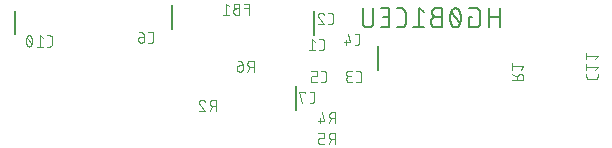
<source format=gbr>
G04 EAGLE Gerber RS-274X export*
G75*
%MOMM*%
%FSLAX34Y34*%
%LPD*%
%INSilkscreen Bottom*%
%IPPOS*%
%AMOC8*
5,1,8,0,0,1.08239X$1,22.5*%
G01*
%ADD10C,0.152400*%
%ADD11C,0.076200*%


D10*
X677101Y186500D02*
X677101Y202756D01*
X677101Y195531D02*
X668069Y195531D01*
X668069Y202756D02*
X668069Y186500D01*
X654105Y195531D02*
X651396Y195531D01*
X651396Y186500D01*
X656815Y186500D01*
X656933Y186502D01*
X657051Y186508D01*
X657169Y186517D01*
X657286Y186531D01*
X657403Y186548D01*
X657520Y186569D01*
X657635Y186594D01*
X657750Y186623D01*
X657864Y186656D01*
X657976Y186692D01*
X658087Y186732D01*
X658197Y186775D01*
X658306Y186822D01*
X658413Y186872D01*
X658518Y186927D01*
X658621Y186984D01*
X658722Y187045D01*
X658822Y187109D01*
X658919Y187176D01*
X659014Y187246D01*
X659106Y187320D01*
X659197Y187396D01*
X659284Y187476D01*
X659369Y187558D01*
X659451Y187643D01*
X659531Y187730D01*
X659607Y187821D01*
X659681Y187913D01*
X659751Y188008D01*
X659818Y188105D01*
X659882Y188205D01*
X659943Y188306D01*
X660000Y188409D01*
X660055Y188514D01*
X660105Y188621D01*
X660152Y188730D01*
X660195Y188840D01*
X660235Y188951D01*
X660271Y189063D01*
X660304Y189177D01*
X660333Y189292D01*
X660358Y189407D01*
X660379Y189524D01*
X660396Y189641D01*
X660410Y189758D01*
X660419Y189876D01*
X660425Y189994D01*
X660427Y190112D01*
X660427Y199143D01*
X660425Y199261D01*
X660419Y199379D01*
X660410Y199497D01*
X660396Y199614D01*
X660379Y199731D01*
X660358Y199848D01*
X660333Y199963D01*
X660304Y200078D01*
X660271Y200192D01*
X660235Y200304D01*
X660195Y200415D01*
X660152Y200525D01*
X660105Y200634D01*
X660055Y200741D01*
X660000Y200846D01*
X659943Y200949D01*
X659882Y201050D01*
X659818Y201150D01*
X659751Y201247D01*
X659681Y201342D01*
X659607Y201434D01*
X659531Y201525D01*
X659451Y201612D01*
X659369Y201697D01*
X659284Y201779D01*
X659197Y201859D01*
X659106Y201935D01*
X659014Y202009D01*
X658919Y202079D01*
X658822Y202146D01*
X658722Y202210D01*
X658621Y202271D01*
X658518Y202328D01*
X658413Y202383D01*
X658306Y202433D01*
X658197Y202480D01*
X658087Y202523D01*
X657976Y202563D01*
X657864Y202599D01*
X657750Y202632D01*
X657635Y202661D01*
X657520Y202686D01*
X657403Y202707D01*
X657286Y202724D01*
X657169Y202738D01*
X657051Y202747D01*
X656933Y202753D01*
X656815Y202755D01*
X656815Y202756D02*
X651396Y202756D01*
X642920Y200498D02*
X643057Y200209D01*
X643187Y199917D01*
X643310Y199621D01*
X643425Y199323D01*
X643534Y199022D01*
X643635Y198719D01*
X643729Y198413D01*
X643816Y198106D01*
X643895Y197796D01*
X643967Y197484D01*
X644031Y197171D01*
X644088Y196856D01*
X644138Y196540D01*
X644180Y196223D01*
X644214Y195905D01*
X644241Y195587D01*
X644260Y195267D01*
X644271Y194948D01*
X644275Y194628D01*
X642920Y200498D02*
X642881Y200606D01*
X642838Y200713D01*
X642792Y200818D01*
X642741Y200922D01*
X642688Y201024D01*
X642631Y201124D01*
X642570Y201222D01*
X642506Y201317D01*
X642439Y201411D01*
X642368Y201502D01*
X642295Y201591D01*
X642218Y201677D01*
X642139Y201760D01*
X642057Y201841D01*
X641972Y201919D01*
X641884Y201993D01*
X641794Y202065D01*
X641702Y202133D01*
X641607Y202199D01*
X641510Y202261D01*
X641411Y202319D01*
X641309Y202375D01*
X641207Y202426D01*
X641102Y202474D01*
X640996Y202519D01*
X640888Y202560D01*
X640779Y202597D01*
X640669Y202630D01*
X640557Y202659D01*
X640445Y202685D01*
X640332Y202707D01*
X640218Y202724D01*
X640104Y202738D01*
X639989Y202748D01*
X639874Y202754D01*
X639759Y202756D01*
X639644Y202754D01*
X639529Y202748D01*
X639414Y202738D01*
X639300Y202724D01*
X639186Y202707D01*
X639073Y202685D01*
X638961Y202659D01*
X638849Y202630D01*
X638739Y202597D01*
X638630Y202560D01*
X638522Y202519D01*
X638416Y202474D01*
X638312Y202426D01*
X638209Y202375D01*
X638108Y202319D01*
X638008Y202261D01*
X637911Y202199D01*
X637817Y202134D01*
X637724Y202065D01*
X637634Y201993D01*
X637546Y201919D01*
X637461Y201841D01*
X637379Y201760D01*
X637300Y201677D01*
X637223Y201591D01*
X637150Y201502D01*
X637079Y201411D01*
X637012Y201317D01*
X636948Y201222D01*
X636887Y201124D01*
X636830Y201024D01*
X636777Y200922D01*
X636726Y200818D01*
X636680Y200713D01*
X636637Y200606D01*
X636598Y200498D01*
X636599Y200498D02*
X636462Y200209D01*
X636332Y199917D01*
X636209Y199621D01*
X636094Y199323D01*
X635985Y199022D01*
X635884Y198719D01*
X635790Y198413D01*
X635703Y198106D01*
X635624Y197796D01*
X635552Y197484D01*
X635488Y197171D01*
X635431Y196856D01*
X635381Y196540D01*
X635339Y196223D01*
X635305Y195905D01*
X635278Y195587D01*
X635259Y195267D01*
X635248Y194948D01*
X635244Y194628D01*
X644275Y194628D02*
X644271Y194308D01*
X644260Y193989D01*
X644241Y193669D01*
X644214Y193351D01*
X644180Y193033D01*
X644138Y192716D01*
X644088Y192400D01*
X644031Y192085D01*
X643967Y191772D01*
X643895Y191460D01*
X643816Y191150D01*
X643729Y190843D01*
X643635Y190537D01*
X643534Y190234D01*
X643425Y189933D01*
X643310Y189635D01*
X643187Y189339D01*
X643057Y189047D01*
X642920Y188758D01*
X642920Y188757D02*
X642881Y188649D01*
X642838Y188542D01*
X642792Y188437D01*
X642741Y188333D01*
X642688Y188231D01*
X642631Y188131D01*
X642570Y188033D01*
X642506Y187938D01*
X642439Y187844D01*
X642368Y187753D01*
X642295Y187664D01*
X642218Y187578D01*
X642139Y187495D01*
X642057Y187414D01*
X641972Y187336D01*
X641884Y187262D01*
X641794Y187190D01*
X641701Y187121D01*
X641607Y187056D01*
X641510Y186994D01*
X641410Y186936D01*
X641309Y186880D01*
X641207Y186829D01*
X641102Y186781D01*
X640996Y186736D01*
X640888Y186695D01*
X640779Y186658D01*
X640669Y186625D01*
X640557Y186596D01*
X640445Y186570D01*
X640332Y186548D01*
X640218Y186531D01*
X640104Y186517D01*
X639989Y186507D01*
X639874Y186501D01*
X639759Y186499D01*
X636599Y188758D02*
X636462Y189047D01*
X636332Y189339D01*
X636209Y189635D01*
X636094Y189933D01*
X635985Y190234D01*
X635884Y190537D01*
X635790Y190843D01*
X635703Y191150D01*
X635624Y191460D01*
X635552Y191772D01*
X635488Y192085D01*
X635431Y192400D01*
X635381Y192716D01*
X635339Y193033D01*
X635305Y193351D01*
X635278Y193669D01*
X635259Y193989D01*
X635248Y194308D01*
X635244Y194628D01*
X636598Y188757D02*
X636637Y188649D01*
X636680Y188542D01*
X636726Y188437D01*
X636777Y188333D01*
X636830Y188231D01*
X636888Y188131D01*
X636948Y188033D01*
X637012Y187938D01*
X637079Y187844D01*
X637150Y187753D01*
X637223Y187664D01*
X637300Y187578D01*
X637379Y187495D01*
X637461Y187414D01*
X637546Y187336D01*
X637634Y187262D01*
X637724Y187190D01*
X637817Y187121D01*
X637911Y187056D01*
X638008Y186994D01*
X638108Y186936D01*
X638209Y186880D01*
X638312Y186829D01*
X638416Y186781D01*
X638522Y186736D01*
X638630Y186695D01*
X638739Y186658D01*
X638849Y186625D01*
X638961Y186596D01*
X639073Y186570D01*
X639186Y186548D01*
X639300Y186531D01*
X639414Y186517D01*
X639529Y186507D01*
X639644Y186501D01*
X639759Y186499D01*
X643372Y190112D02*
X636147Y199143D01*
X627912Y195531D02*
X623396Y195531D01*
X623263Y195529D01*
X623131Y195523D01*
X622999Y195513D01*
X622867Y195500D01*
X622735Y195482D01*
X622605Y195461D01*
X622474Y195436D01*
X622345Y195407D01*
X622217Y195374D01*
X622089Y195338D01*
X621963Y195298D01*
X621838Y195254D01*
X621714Y195206D01*
X621592Y195155D01*
X621471Y195100D01*
X621352Y195042D01*
X621234Y194980D01*
X621119Y194915D01*
X621005Y194846D01*
X620894Y194775D01*
X620785Y194699D01*
X620678Y194621D01*
X620573Y194540D01*
X620471Y194455D01*
X620371Y194368D01*
X620274Y194278D01*
X620179Y194185D01*
X620088Y194089D01*
X619999Y193991D01*
X619913Y193890D01*
X619830Y193786D01*
X619750Y193680D01*
X619674Y193572D01*
X619600Y193462D01*
X619530Y193349D01*
X619463Y193235D01*
X619400Y193118D01*
X619340Y193000D01*
X619283Y192880D01*
X619230Y192758D01*
X619181Y192635D01*
X619135Y192511D01*
X619093Y192385D01*
X619055Y192258D01*
X619020Y192130D01*
X618989Y192001D01*
X618962Y191872D01*
X618939Y191741D01*
X618919Y191610D01*
X618904Y191478D01*
X618892Y191346D01*
X618884Y191214D01*
X618880Y191081D01*
X618880Y190949D01*
X618884Y190816D01*
X618892Y190684D01*
X618904Y190552D01*
X618919Y190420D01*
X618939Y190289D01*
X618962Y190158D01*
X618989Y190029D01*
X619020Y189900D01*
X619055Y189772D01*
X619093Y189645D01*
X619135Y189519D01*
X619181Y189395D01*
X619230Y189272D01*
X619283Y189150D01*
X619340Y189030D01*
X619400Y188912D01*
X619463Y188795D01*
X619530Y188681D01*
X619600Y188568D01*
X619674Y188458D01*
X619750Y188350D01*
X619830Y188244D01*
X619913Y188140D01*
X619999Y188039D01*
X620088Y187941D01*
X620179Y187845D01*
X620274Y187752D01*
X620371Y187662D01*
X620471Y187575D01*
X620573Y187490D01*
X620678Y187409D01*
X620785Y187331D01*
X620894Y187255D01*
X621005Y187184D01*
X621119Y187115D01*
X621234Y187050D01*
X621352Y186988D01*
X621471Y186930D01*
X621592Y186875D01*
X621714Y186824D01*
X621838Y186776D01*
X621963Y186732D01*
X622089Y186692D01*
X622217Y186656D01*
X622345Y186623D01*
X622474Y186594D01*
X622605Y186569D01*
X622735Y186548D01*
X622867Y186530D01*
X622999Y186517D01*
X623131Y186507D01*
X623263Y186501D01*
X623396Y186499D01*
X623396Y186500D02*
X627912Y186500D01*
X627912Y202756D01*
X623396Y202756D01*
X623396Y202755D02*
X623277Y202753D01*
X623157Y202747D01*
X623038Y202737D01*
X622920Y202723D01*
X622801Y202706D01*
X622684Y202684D01*
X622567Y202659D01*
X622452Y202629D01*
X622337Y202596D01*
X622223Y202559D01*
X622111Y202519D01*
X622000Y202474D01*
X621891Y202426D01*
X621783Y202375D01*
X621677Y202320D01*
X621573Y202261D01*
X621471Y202199D01*
X621371Y202134D01*
X621273Y202065D01*
X621177Y201993D01*
X621084Y201918D01*
X620994Y201841D01*
X620906Y201760D01*
X620821Y201676D01*
X620739Y201589D01*
X620659Y201500D01*
X620583Y201408D01*
X620509Y201314D01*
X620439Y201217D01*
X620372Y201119D01*
X620308Y201018D01*
X620248Y200914D01*
X620191Y200809D01*
X620138Y200702D01*
X620088Y200594D01*
X620042Y200484D01*
X620000Y200372D01*
X619961Y200259D01*
X619926Y200145D01*
X619895Y200030D01*
X619867Y199913D01*
X619844Y199796D01*
X619824Y199679D01*
X619808Y199560D01*
X619796Y199441D01*
X619788Y199322D01*
X619784Y199203D01*
X619784Y199083D01*
X619788Y198964D01*
X619796Y198845D01*
X619808Y198726D01*
X619824Y198607D01*
X619844Y198490D01*
X619867Y198373D01*
X619895Y198256D01*
X619926Y198141D01*
X619961Y198027D01*
X620000Y197914D01*
X620042Y197802D01*
X620088Y197692D01*
X620138Y197584D01*
X620191Y197477D01*
X620248Y197372D01*
X620308Y197268D01*
X620372Y197167D01*
X620439Y197069D01*
X620509Y196972D01*
X620583Y196878D01*
X620659Y196786D01*
X620739Y196697D01*
X620821Y196610D01*
X620906Y196526D01*
X620994Y196445D01*
X621084Y196368D01*
X621177Y196293D01*
X621273Y196221D01*
X621371Y196152D01*
X621471Y196087D01*
X621573Y196025D01*
X621677Y195966D01*
X621783Y195911D01*
X621891Y195860D01*
X622000Y195812D01*
X622111Y195767D01*
X622223Y195727D01*
X622337Y195690D01*
X622452Y195657D01*
X622567Y195627D01*
X622684Y195602D01*
X622801Y195580D01*
X622920Y195563D01*
X623038Y195549D01*
X623157Y195539D01*
X623277Y195533D01*
X623396Y195531D01*
X613012Y199143D02*
X608497Y202756D01*
X608497Y186500D01*
X613012Y186500D02*
X603981Y186500D01*
X593808Y186500D02*
X590196Y186500D01*
X593808Y186500D02*
X593926Y186502D01*
X594044Y186508D01*
X594162Y186517D01*
X594279Y186531D01*
X594396Y186548D01*
X594513Y186569D01*
X594628Y186594D01*
X594743Y186623D01*
X594857Y186656D01*
X594969Y186692D01*
X595080Y186732D01*
X595190Y186775D01*
X595299Y186822D01*
X595406Y186872D01*
X595511Y186927D01*
X595614Y186984D01*
X595715Y187045D01*
X595815Y187109D01*
X595912Y187176D01*
X596007Y187246D01*
X596099Y187320D01*
X596190Y187396D01*
X596277Y187476D01*
X596362Y187558D01*
X596444Y187643D01*
X596524Y187730D01*
X596600Y187821D01*
X596674Y187913D01*
X596744Y188008D01*
X596811Y188105D01*
X596875Y188205D01*
X596936Y188306D01*
X596993Y188409D01*
X597048Y188514D01*
X597098Y188621D01*
X597145Y188730D01*
X597188Y188840D01*
X597228Y188951D01*
X597264Y189063D01*
X597297Y189177D01*
X597326Y189292D01*
X597351Y189407D01*
X597372Y189524D01*
X597389Y189641D01*
X597403Y189758D01*
X597412Y189876D01*
X597418Y189994D01*
X597420Y190112D01*
X597421Y190112D02*
X597421Y199143D01*
X597420Y199143D02*
X597418Y199261D01*
X597412Y199379D01*
X597403Y199497D01*
X597389Y199614D01*
X597372Y199731D01*
X597351Y199848D01*
X597326Y199963D01*
X597297Y200078D01*
X597264Y200192D01*
X597228Y200304D01*
X597188Y200415D01*
X597145Y200525D01*
X597098Y200634D01*
X597048Y200741D01*
X596993Y200846D01*
X596936Y200949D01*
X596875Y201050D01*
X596811Y201150D01*
X596744Y201247D01*
X596674Y201342D01*
X596600Y201434D01*
X596524Y201525D01*
X596444Y201612D01*
X596362Y201697D01*
X596277Y201779D01*
X596190Y201859D01*
X596099Y201935D01*
X596007Y202009D01*
X595912Y202079D01*
X595815Y202146D01*
X595715Y202210D01*
X595614Y202271D01*
X595511Y202328D01*
X595406Y202383D01*
X595299Y202433D01*
X595190Y202480D01*
X595080Y202523D01*
X594969Y202563D01*
X594857Y202599D01*
X594743Y202632D01*
X594628Y202661D01*
X594513Y202686D01*
X594396Y202707D01*
X594279Y202724D01*
X594162Y202738D01*
X594044Y202747D01*
X593926Y202753D01*
X593808Y202755D01*
X593808Y202756D02*
X590196Y202756D01*
X583804Y186500D02*
X576579Y186500D01*
X583804Y186500D02*
X583804Y202756D01*
X576579Y202756D01*
X578386Y195531D02*
X583804Y195531D01*
X570287Y191015D02*
X570287Y202756D01*
X570288Y191015D02*
X570286Y190882D01*
X570280Y190750D01*
X570270Y190618D01*
X570257Y190486D01*
X570239Y190354D01*
X570218Y190224D01*
X570193Y190093D01*
X570164Y189964D01*
X570131Y189836D01*
X570095Y189708D01*
X570055Y189582D01*
X570011Y189457D01*
X569963Y189333D01*
X569912Y189211D01*
X569857Y189090D01*
X569799Y188971D01*
X569737Y188853D01*
X569672Y188738D01*
X569603Y188624D01*
X569532Y188513D01*
X569456Y188404D01*
X569378Y188297D01*
X569297Y188192D01*
X569212Y188090D01*
X569125Y187990D01*
X569035Y187893D01*
X568942Y187798D01*
X568846Y187707D01*
X568748Y187618D01*
X568647Y187532D01*
X568543Y187449D01*
X568437Y187369D01*
X568329Y187293D01*
X568219Y187219D01*
X568106Y187149D01*
X567992Y187082D01*
X567875Y187019D01*
X567757Y186959D01*
X567637Y186902D01*
X567515Y186849D01*
X567392Y186800D01*
X567268Y186754D01*
X567142Y186712D01*
X567015Y186674D01*
X566887Y186639D01*
X566758Y186608D01*
X566629Y186581D01*
X566498Y186558D01*
X566367Y186538D01*
X566235Y186523D01*
X566103Y186511D01*
X565971Y186503D01*
X565838Y186499D01*
X565706Y186499D01*
X565573Y186503D01*
X565441Y186511D01*
X565309Y186523D01*
X565177Y186538D01*
X565046Y186558D01*
X564915Y186581D01*
X564786Y186608D01*
X564657Y186639D01*
X564529Y186674D01*
X564402Y186712D01*
X564276Y186754D01*
X564152Y186800D01*
X564029Y186849D01*
X563907Y186902D01*
X563787Y186959D01*
X563669Y187019D01*
X563552Y187082D01*
X563438Y187149D01*
X563325Y187219D01*
X563215Y187293D01*
X563107Y187369D01*
X563001Y187449D01*
X562897Y187532D01*
X562796Y187618D01*
X562698Y187707D01*
X562602Y187798D01*
X562509Y187893D01*
X562419Y187990D01*
X562332Y188090D01*
X562247Y188192D01*
X562166Y188297D01*
X562088Y188404D01*
X562012Y188513D01*
X561941Y188624D01*
X561872Y188738D01*
X561807Y188853D01*
X561745Y188971D01*
X561687Y189090D01*
X561632Y189211D01*
X561581Y189333D01*
X561533Y189457D01*
X561489Y189582D01*
X561449Y189708D01*
X561413Y189836D01*
X561380Y189964D01*
X561351Y190093D01*
X561326Y190224D01*
X561305Y190354D01*
X561287Y190486D01*
X561274Y190618D01*
X561264Y190750D01*
X561258Y190882D01*
X561256Y191015D01*
X561256Y202756D01*
D11*
X526168Y167069D02*
X524080Y167069D01*
X526168Y167069D02*
X526257Y167071D01*
X526345Y167077D01*
X526433Y167086D01*
X526521Y167099D01*
X526608Y167116D01*
X526694Y167136D01*
X526779Y167161D01*
X526864Y167188D01*
X526947Y167220D01*
X527028Y167254D01*
X527108Y167293D01*
X527186Y167334D01*
X527263Y167379D01*
X527337Y167427D01*
X527410Y167478D01*
X527480Y167532D01*
X527547Y167590D01*
X527613Y167650D01*
X527675Y167712D01*
X527735Y167778D01*
X527793Y167845D01*
X527847Y167915D01*
X527898Y167988D01*
X527946Y168062D01*
X527991Y168139D01*
X528032Y168217D01*
X528071Y168297D01*
X528105Y168378D01*
X528137Y168461D01*
X528164Y168546D01*
X528189Y168631D01*
X528209Y168717D01*
X528226Y168804D01*
X528239Y168892D01*
X528248Y168980D01*
X528254Y169068D01*
X528256Y169157D01*
X528257Y169157D02*
X528257Y174378D01*
X528256Y174378D02*
X528254Y174467D01*
X528248Y174555D01*
X528239Y174643D01*
X528226Y174731D01*
X528209Y174818D01*
X528189Y174904D01*
X528164Y174989D01*
X528137Y175074D01*
X528105Y175157D01*
X528071Y175238D01*
X528032Y175318D01*
X527991Y175396D01*
X527946Y175473D01*
X527898Y175547D01*
X527847Y175620D01*
X527793Y175690D01*
X527735Y175757D01*
X527675Y175823D01*
X527613Y175885D01*
X527547Y175945D01*
X527480Y176003D01*
X527410Y176057D01*
X527337Y176108D01*
X527263Y176156D01*
X527186Y176201D01*
X527108Y176242D01*
X527028Y176281D01*
X526947Y176315D01*
X526864Y176347D01*
X526779Y176374D01*
X526694Y176399D01*
X526608Y176419D01*
X526521Y176436D01*
X526433Y176449D01*
X526345Y176458D01*
X526257Y176464D01*
X526168Y176466D01*
X526168Y176467D02*
X524080Y176467D01*
X520611Y174378D02*
X518000Y176467D01*
X518000Y167069D01*
X515390Y167069D02*
X520611Y167069D01*
D10*
X520217Y180327D02*
X520217Y200457D01*
D11*
X532017Y189294D02*
X534106Y189294D01*
X534195Y189296D01*
X534283Y189302D01*
X534371Y189311D01*
X534459Y189324D01*
X534546Y189341D01*
X534632Y189361D01*
X534717Y189386D01*
X534802Y189413D01*
X534885Y189445D01*
X534966Y189479D01*
X535046Y189518D01*
X535124Y189559D01*
X535201Y189604D01*
X535275Y189652D01*
X535348Y189703D01*
X535418Y189757D01*
X535485Y189815D01*
X535551Y189875D01*
X535613Y189937D01*
X535673Y190003D01*
X535731Y190070D01*
X535785Y190140D01*
X535836Y190213D01*
X535884Y190287D01*
X535929Y190364D01*
X535970Y190442D01*
X536009Y190522D01*
X536043Y190603D01*
X536075Y190686D01*
X536102Y190771D01*
X536127Y190856D01*
X536147Y190942D01*
X536164Y191029D01*
X536177Y191117D01*
X536186Y191205D01*
X536192Y191293D01*
X536194Y191382D01*
X536194Y196603D01*
X536192Y196692D01*
X536186Y196780D01*
X536177Y196868D01*
X536164Y196956D01*
X536147Y197043D01*
X536127Y197129D01*
X536102Y197214D01*
X536075Y197299D01*
X536043Y197382D01*
X536009Y197463D01*
X535970Y197543D01*
X535929Y197621D01*
X535884Y197698D01*
X535836Y197772D01*
X535785Y197845D01*
X535731Y197915D01*
X535673Y197982D01*
X535613Y198048D01*
X535551Y198110D01*
X535485Y198170D01*
X535418Y198228D01*
X535348Y198282D01*
X535275Y198333D01*
X535201Y198381D01*
X535124Y198426D01*
X535046Y198467D01*
X534966Y198506D01*
X534885Y198540D01*
X534802Y198572D01*
X534717Y198599D01*
X534632Y198624D01*
X534546Y198644D01*
X534459Y198661D01*
X534371Y198674D01*
X534283Y198683D01*
X534195Y198689D01*
X534106Y198691D01*
X534106Y198692D02*
X532017Y198692D01*
X525677Y198692D02*
X525582Y198690D01*
X525488Y198684D01*
X525394Y198675D01*
X525300Y198662D01*
X525207Y198645D01*
X525115Y198624D01*
X525023Y198599D01*
X524933Y198571D01*
X524844Y198539D01*
X524756Y198504D01*
X524670Y198465D01*
X524585Y198423D01*
X524502Y198377D01*
X524421Y198328D01*
X524342Y198276D01*
X524265Y198221D01*
X524191Y198162D01*
X524119Y198101D01*
X524049Y198037D01*
X523982Y197970D01*
X523918Y197900D01*
X523857Y197828D01*
X523798Y197754D01*
X523743Y197677D01*
X523691Y197598D01*
X523642Y197517D01*
X523596Y197434D01*
X523554Y197349D01*
X523515Y197263D01*
X523480Y197175D01*
X523448Y197086D01*
X523420Y196996D01*
X523395Y196904D01*
X523374Y196812D01*
X523357Y196719D01*
X523344Y196625D01*
X523335Y196531D01*
X523329Y196437D01*
X523327Y196342D01*
X525677Y198691D02*
X525785Y198689D01*
X525894Y198683D01*
X526002Y198673D01*
X526109Y198660D01*
X526216Y198642D01*
X526323Y198621D01*
X526428Y198596D01*
X526533Y198567D01*
X526636Y198535D01*
X526738Y198498D01*
X526839Y198458D01*
X526938Y198415D01*
X527036Y198368D01*
X527132Y198317D01*
X527226Y198263D01*
X527318Y198206D01*
X527408Y198145D01*
X527496Y198081D01*
X527581Y198015D01*
X527664Y197945D01*
X527744Y197872D01*
X527822Y197796D01*
X527897Y197718D01*
X527969Y197637D01*
X528038Y197553D01*
X528104Y197467D01*
X528167Y197379D01*
X528226Y197288D01*
X528283Y197196D01*
X528336Y197101D01*
X528385Y197004D01*
X528431Y196906D01*
X528474Y196807D01*
X528513Y196705D01*
X528548Y196603D01*
X524110Y194514D02*
X524041Y194583D01*
X523975Y194654D01*
X523911Y194727D01*
X523850Y194803D01*
X523792Y194882D01*
X523738Y194962D01*
X523686Y195045D01*
X523638Y195129D01*
X523592Y195215D01*
X523551Y195303D01*
X523512Y195393D01*
X523477Y195484D01*
X523446Y195576D01*
X523418Y195669D01*
X523394Y195763D01*
X523374Y195858D01*
X523357Y195954D01*
X523344Y196051D01*
X523335Y196148D01*
X523329Y196245D01*
X523327Y196342D01*
X524110Y194515D02*
X528548Y189294D01*
X523327Y189294D01*
X555830Y140081D02*
X557918Y140081D01*
X558007Y140083D01*
X558095Y140089D01*
X558183Y140098D01*
X558271Y140111D01*
X558358Y140128D01*
X558444Y140148D01*
X558529Y140173D01*
X558614Y140200D01*
X558697Y140232D01*
X558778Y140266D01*
X558858Y140305D01*
X558936Y140346D01*
X559013Y140391D01*
X559087Y140439D01*
X559160Y140490D01*
X559230Y140544D01*
X559297Y140602D01*
X559363Y140662D01*
X559425Y140724D01*
X559485Y140790D01*
X559543Y140857D01*
X559597Y140927D01*
X559648Y141000D01*
X559696Y141074D01*
X559741Y141151D01*
X559782Y141229D01*
X559821Y141309D01*
X559855Y141390D01*
X559887Y141473D01*
X559914Y141558D01*
X559939Y141643D01*
X559959Y141729D01*
X559976Y141816D01*
X559989Y141904D01*
X559998Y141992D01*
X560004Y142080D01*
X560006Y142169D01*
X560007Y142169D02*
X560007Y147391D01*
X560006Y147391D02*
X560004Y147480D01*
X559998Y147568D01*
X559989Y147656D01*
X559976Y147744D01*
X559959Y147831D01*
X559939Y147917D01*
X559914Y148002D01*
X559887Y148087D01*
X559855Y148170D01*
X559821Y148251D01*
X559782Y148331D01*
X559741Y148409D01*
X559696Y148486D01*
X559648Y148560D01*
X559597Y148633D01*
X559543Y148703D01*
X559485Y148770D01*
X559425Y148836D01*
X559363Y148898D01*
X559297Y148958D01*
X559230Y149016D01*
X559160Y149070D01*
X559087Y149121D01*
X559013Y149169D01*
X558936Y149214D01*
X558858Y149255D01*
X558778Y149294D01*
X558697Y149328D01*
X558614Y149360D01*
X558529Y149387D01*
X558444Y149412D01*
X558358Y149432D01*
X558271Y149449D01*
X558183Y149462D01*
X558095Y149471D01*
X558007Y149477D01*
X557918Y149479D01*
X555830Y149479D01*
X552361Y140081D02*
X549750Y140081D01*
X549649Y140083D01*
X549548Y140089D01*
X549447Y140099D01*
X549347Y140112D01*
X549247Y140130D01*
X549148Y140151D01*
X549050Y140177D01*
X548953Y140206D01*
X548857Y140238D01*
X548763Y140275D01*
X548670Y140315D01*
X548578Y140359D01*
X548489Y140406D01*
X548401Y140457D01*
X548315Y140511D01*
X548232Y140568D01*
X548150Y140628D01*
X548072Y140692D01*
X547995Y140758D01*
X547922Y140828D01*
X547851Y140900D01*
X547783Y140975D01*
X547718Y141053D01*
X547656Y141133D01*
X547597Y141215D01*
X547541Y141300D01*
X547489Y141387D01*
X547440Y141475D01*
X547394Y141566D01*
X547353Y141658D01*
X547314Y141752D01*
X547280Y141847D01*
X547249Y141943D01*
X547222Y142041D01*
X547198Y142139D01*
X547179Y142239D01*
X547163Y142339D01*
X547151Y142439D01*
X547143Y142540D01*
X547139Y142641D01*
X547139Y142743D01*
X547143Y142844D01*
X547151Y142945D01*
X547163Y143045D01*
X547179Y143145D01*
X547198Y143245D01*
X547222Y143343D01*
X547249Y143441D01*
X547280Y143537D01*
X547314Y143632D01*
X547353Y143726D01*
X547394Y143818D01*
X547440Y143909D01*
X547489Y143998D01*
X547541Y144084D01*
X547597Y144169D01*
X547656Y144251D01*
X547718Y144331D01*
X547783Y144409D01*
X547851Y144484D01*
X547922Y144556D01*
X547995Y144626D01*
X548072Y144692D01*
X548150Y144756D01*
X548232Y144816D01*
X548315Y144873D01*
X548401Y144927D01*
X548489Y144978D01*
X548578Y145025D01*
X548670Y145069D01*
X548763Y145109D01*
X548857Y145146D01*
X548953Y145178D01*
X549050Y145207D01*
X549148Y145233D01*
X549247Y145254D01*
X549347Y145272D01*
X549447Y145285D01*
X549548Y145295D01*
X549649Y145301D01*
X549750Y145303D01*
X549228Y149479D02*
X552361Y149479D01*
X549228Y149479D02*
X549138Y149477D01*
X549049Y149471D01*
X548959Y149462D01*
X548870Y149448D01*
X548782Y149431D01*
X548695Y149410D01*
X548608Y149385D01*
X548523Y149356D01*
X548439Y149324D01*
X548357Y149289D01*
X548276Y149249D01*
X548197Y149207D01*
X548120Y149161D01*
X548045Y149111D01*
X547972Y149059D01*
X547901Y149003D01*
X547833Y148945D01*
X547768Y148883D01*
X547705Y148819D01*
X547645Y148752D01*
X547588Y148683D01*
X547534Y148611D01*
X547483Y148537D01*
X547435Y148461D01*
X547391Y148383D01*
X547350Y148303D01*
X547312Y148221D01*
X547278Y148138D01*
X547248Y148053D01*
X547221Y147967D01*
X547198Y147881D01*
X547179Y147793D01*
X547164Y147704D01*
X547152Y147615D01*
X547144Y147526D01*
X547140Y147436D01*
X547140Y147346D01*
X547144Y147256D01*
X547152Y147167D01*
X547164Y147078D01*
X547179Y146989D01*
X547198Y146901D01*
X547221Y146815D01*
X547248Y146729D01*
X547278Y146644D01*
X547312Y146561D01*
X547350Y146479D01*
X547391Y146399D01*
X547435Y146321D01*
X547483Y146245D01*
X547534Y146171D01*
X547588Y146099D01*
X547645Y146030D01*
X547705Y145963D01*
X547768Y145899D01*
X547833Y145837D01*
X547901Y145779D01*
X547972Y145723D01*
X548045Y145671D01*
X548120Y145621D01*
X548197Y145575D01*
X548276Y145533D01*
X548357Y145493D01*
X548439Y145458D01*
X548523Y145426D01*
X548608Y145397D01*
X548695Y145372D01*
X548782Y145351D01*
X548870Y145334D01*
X548959Y145320D01*
X549049Y145311D01*
X549138Y145305D01*
X549228Y145303D01*
X549228Y145302D02*
X551317Y145302D01*
D10*
X574192Y150165D02*
X574192Y170294D01*
D11*
X556331Y171831D02*
X554242Y171831D01*
X556331Y171831D02*
X556420Y171833D01*
X556508Y171839D01*
X556596Y171848D01*
X556684Y171861D01*
X556771Y171878D01*
X556857Y171898D01*
X556942Y171923D01*
X557027Y171950D01*
X557110Y171982D01*
X557191Y172016D01*
X557271Y172055D01*
X557349Y172096D01*
X557426Y172141D01*
X557500Y172189D01*
X557573Y172240D01*
X557643Y172294D01*
X557710Y172352D01*
X557776Y172412D01*
X557838Y172474D01*
X557898Y172540D01*
X557956Y172607D01*
X558010Y172677D01*
X558061Y172750D01*
X558109Y172824D01*
X558154Y172901D01*
X558195Y172979D01*
X558234Y173059D01*
X558268Y173140D01*
X558300Y173223D01*
X558327Y173308D01*
X558352Y173393D01*
X558372Y173479D01*
X558389Y173566D01*
X558402Y173654D01*
X558411Y173742D01*
X558417Y173830D01*
X558419Y173919D01*
X558419Y179141D01*
X558417Y179230D01*
X558411Y179318D01*
X558402Y179406D01*
X558389Y179494D01*
X558372Y179581D01*
X558352Y179667D01*
X558327Y179752D01*
X558300Y179837D01*
X558268Y179920D01*
X558234Y180001D01*
X558195Y180081D01*
X558154Y180159D01*
X558109Y180236D01*
X558061Y180310D01*
X558010Y180383D01*
X557956Y180453D01*
X557898Y180520D01*
X557838Y180586D01*
X557776Y180648D01*
X557710Y180708D01*
X557643Y180766D01*
X557573Y180820D01*
X557500Y180871D01*
X557426Y180919D01*
X557349Y180964D01*
X557271Y181005D01*
X557191Y181044D01*
X557110Y181078D01*
X557027Y181110D01*
X556942Y181137D01*
X556857Y181162D01*
X556771Y181182D01*
X556684Y181199D01*
X556596Y181212D01*
X556508Y181221D01*
X556420Y181227D01*
X556331Y181229D01*
X554242Y181229D01*
X548685Y181229D02*
X550773Y173919D01*
X545552Y173919D01*
X547119Y171831D02*
X547119Y176008D01*
X527756Y140081D02*
X525667Y140081D01*
X527756Y140081D02*
X527845Y140083D01*
X527933Y140089D01*
X528021Y140098D01*
X528109Y140111D01*
X528196Y140128D01*
X528282Y140148D01*
X528367Y140173D01*
X528452Y140200D01*
X528535Y140232D01*
X528616Y140266D01*
X528696Y140305D01*
X528774Y140346D01*
X528851Y140391D01*
X528925Y140439D01*
X528998Y140490D01*
X529068Y140544D01*
X529135Y140602D01*
X529201Y140662D01*
X529263Y140724D01*
X529323Y140790D01*
X529381Y140857D01*
X529435Y140927D01*
X529486Y141000D01*
X529534Y141074D01*
X529579Y141151D01*
X529620Y141229D01*
X529659Y141309D01*
X529693Y141390D01*
X529725Y141473D01*
X529752Y141558D01*
X529777Y141643D01*
X529797Y141729D01*
X529814Y141816D01*
X529827Y141904D01*
X529836Y141992D01*
X529842Y142080D01*
X529844Y142169D01*
X529844Y147391D01*
X529842Y147480D01*
X529836Y147568D01*
X529827Y147656D01*
X529814Y147744D01*
X529797Y147831D01*
X529777Y147917D01*
X529752Y148002D01*
X529725Y148087D01*
X529693Y148170D01*
X529659Y148251D01*
X529620Y148331D01*
X529579Y148409D01*
X529534Y148486D01*
X529486Y148560D01*
X529435Y148633D01*
X529381Y148703D01*
X529323Y148770D01*
X529263Y148836D01*
X529201Y148898D01*
X529135Y148958D01*
X529068Y149016D01*
X528998Y149070D01*
X528925Y149121D01*
X528851Y149169D01*
X528774Y149214D01*
X528696Y149255D01*
X528616Y149294D01*
X528535Y149328D01*
X528452Y149360D01*
X528367Y149387D01*
X528282Y149412D01*
X528196Y149432D01*
X528109Y149449D01*
X528021Y149462D01*
X527933Y149471D01*
X527845Y149477D01*
X527756Y149479D01*
X525667Y149479D01*
X522198Y140081D02*
X519066Y140081D01*
X518977Y140083D01*
X518889Y140089D01*
X518801Y140098D01*
X518713Y140111D01*
X518626Y140128D01*
X518540Y140148D01*
X518455Y140173D01*
X518370Y140200D01*
X518287Y140232D01*
X518206Y140266D01*
X518126Y140305D01*
X518048Y140346D01*
X517971Y140391D01*
X517897Y140439D01*
X517824Y140490D01*
X517754Y140544D01*
X517687Y140602D01*
X517621Y140662D01*
X517559Y140724D01*
X517499Y140790D01*
X517441Y140857D01*
X517387Y140927D01*
X517336Y141000D01*
X517288Y141074D01*
X517243Y141151D01*
X517202Y141229D01*
X517163Y141309D01*
X517129Y141390D01*
X517097Y141473D01*
X517070Y141558D01*
X517045Y141643D01*
X517025Y141729D01*
X517008Y141816D01*
X516995Y141904D01*
X516986Y141992D01*
X516980Y142080D01*
X516978Y142169D01*
X516977Y142169D02*
X516977Y143214D01*
X516978Y143214D02*
X516980Y143303D01*
X516986Y143391D01*
X516995Y143479D01*
X517008Y143567D01*
X517025Y143654D01*
X517045Y143740D01*
X517070Y143825D01*
X517097Y143910D01*
X517129Y143993D01*
X517163Y144074D01*
X517202Y144154D01*
X517243Y144232D01*
X517288Y144309D01*
X517336Y144383D01*
X517387Y144456D01*
X517441Y144526D01*
X517499Y144593D01*
X517559Y144659D01*
X517621Y144721D01*
X517687Y144781D01*
X517754Y144839D01*
X517824Y144893D01*
X517897Y144944D01*
X517971Y144992D01*
X518048Y145037D01*
X518126Y145078D01*
X518206Y145117D01*
X518287Y145151D01*
X518370Y145183D01*
X518455Y145210D01*
X518540Y145235D01*
X518626Y145255D01*
X518713Y145272D01*
X518801Y145285D01*
X518889Y145294D01*
X518977Y145300D01*
X519066Y145302D01*
X522198Y145302D01*
X522198Y149479D01*
X516977Y149479D01*
D10*
X399567Y185090D02*
X399567Y205219D01*
D11*
X381706Y173419D02*
X379617Y173419D01*
X381706Y173419D02*
X381795Y173421D01*
X381883Y173427D01*
X381971Y173436D01*
X382059Y173449D01*
X382146Y173466D01*
X382232Y173486D01*
X382317Y173511D01*
X382402Y173538D01*
X382485Y173570D01*
X382566Y173604D01*
X382646Y173643D01*
X382724Y173684D01*
X382801Y173729D01*
X382875Y173777D01*
X382948Y173828D01*
X383018Y173882D01*
X383085Y173940D01*
X383151Y174000D01*
X383213Y174062D01*
X383273Y174128D01*
X383331Y174195D01*
X383385Y174265D01*
X383436Y174338D01*
X383484Y174412D01*
X383529Y174489D01*
X383570Y174567D01*
X383609Y174647D01*
X383643Y174728D01*
X383675Y174811D01*
X383702Y174896D01*
X383727Y174981D01*
X383747Y175067D01*
X383764Y175154D01*
X383777Y175242D01*
X383786Y175330D01*
X383792Y175418D01*
X383794Y175507D01*
X383794Y180728D01*
X383792Y180817D01*
X383786Y180905D01*
X383777Y180993D01*
X383764Y181081D01*
X383747Y181168D01*
X383727Y181254D01*
X383702Y181339D01*
X383675Y181424D01*
X383643Y181507D01*
X383609Y181588D01*
X383570Y181668D01*
X383529Y181746D01*
X383484Y181823D01*
X383436Y181897D01*
X383385Y181970D01*
X383331Y182040D01*
X383273Y182107D01*
X383213Y182173D01*
X383151Y182235D01*
X383085Y182295D01*
X383018Y182353D01*
X382948Y182407D01*
X382875Y182458D01*
X382801Y182506D01*
X382724Y182551D01*
X382646Y182592D01*
X382566Y182631D01*
X382485Y182665D01*
X382402Y182697D01*
X382317Y182724D01*
X382232Y182749D01*
X382146Y182769D01*
X382059Y182786D01*
X381971Y182799D01*
X381883Y182808D01*
X381795Y182814D01*
X381706Y182816D01*
X381706Y182817D02*
X379617Y182817D01*
X376148Y178640D02*
X373016Y178640D01*
X373016Y178639D02*
X372927Y178637D01*
X372839Y178631D01*
X372751Y178622D01*
X372663Y178609D01*
X372576Y178592D01*
X372490Y178572D01*
X372405Y178547D01*
X372320Y178520D01*
X372237Y178488D01*
X372156Y178454D01*
X372076Y178415D01*
X371998Y178374D01*
X371921Y178329D01*
X371847Y178281D01*
X371774Y178230D01*
X371704Y178176D01*
X371637Y178118D01*
X371571Y178058D01*
X371509Y177996D01*
X371449Y177930D01*
X371391Y177863D01*
X371337Y177793D01*
X371286Y177720D01*
X371238Y177646D01*
X371193Y177569D01*
X371152Y177491D01*
X371113Y177411D01*
X371079Y177330D01*
X371047Y177247D01*
X371020Y177162D01*
X370995Y177077D01*
X370975Y176991D01*
X370958Y176904D01*
X370945Y176816D01*
X370936Y176728D01*
X370930Y176640D01*
X370928Y176551D01*
X370927Y176551D02*
X370927Y176029D01*
X370929Y175928D01*
X370935Y175827D01*
X370945Y175726D01*
X370958Y175626D01*
X370976Y175526D01*
X370997Y175427D01*
X371023Y175329D01*
X371052Y175232D01*
X371084Y175136D01*
X371121Y175042D01*
X371161Y174949D01*
X371205Y174857D01*
X371252Y174768D01*
X371303Y174680D01*
X371357Y174594D01*
X371414Y174511D01*
X371474Y174429D01*
X371538Y174351D01*
X371604Y174274D01*
X371674Y174201D01*
X371746Y174130D01*
X371821Y174062D01*
X371899Y173997D01*
X371979Y173935D01*
X372061Y173876D01*
X372146Y173820D01*
X372233Y173768D01*
X372321Y173719D01*
X372412Y173673D01*
X372504Y173632D01*
X372598Y173593D01*
X372693Y173559D01*
X372789Y173528D01*
X372887Y173501D01*
X372985Y173477D01*
X373085Y173458D01*
X373185Y173442D01*
X373285Y173430D01*
X373386Y173422D01*
X373487Y173418D01*
X373589Y173418D01*
X373690Y173422D01*
X373791Y173430D01*
X373891Y173442D01*
X373991Y173458D01*
X374091Y173477D01*
X374189Y173501D01*
X374287Y173528D01*
X374383Y173559D01*
X374478Y173593D01*
X374572Y173632D01*
X374664Y173673D01*
X374755Y173719D01*
X374843Y173768D01*
X374930Y173820D01*
X375015Y173876D01*
X375097Y173935D01*
X375177Y173997D01*
X375255Y174062D01*
X375330Y174130D01*
X375402Y174201D01*
X375472Y174274D01*
X375538Y174351D01*
X375602Y174429D01*
X375662Y174511D01*
X375719Y174594D01*
X375773Y174680D01*
X375824Y174768D01*
X375871Y174857D01*
X375915Y174949D01*
X375955Y175042D01*
X375992Y175136D01*
X376024Y175232D01*
X376053Y175329D01*
X376079Y175427D01*
X376100Y175526D01*
X376118Y175626D01*
X376131Y175726D01*
X376141Y175827D01*
X376147Y175928D01*
X376149Y176029D01*
X376148Y176029D02*
X376148Y178640D01*
X376146Y178766D01*
X376140Y178892D01*
X376131Y179018D01*
X376118Y179143D01*
X376100Y179268D01*
X376080Y179393D01*
X376055Y179517D01*
X376027Y179640D01*
X375995Y179762D01*
X375959Y179883D01*
X375920Y180003D01*
X375877Y180121D01*
X375830Y180238D01*
X375780Y180354D01*
X375726Y180469D01*
X375670Y180581D01*
X375609Y180692D01*
X375546Y180801D01*
X375479Y180908D01*
X375409Y181013D01*
X375335Y181116D01*
X375259Y181216D01*
X375180Y181314D01*
X375098Y181410D01*
X375012Y181503D01*
X374925Y181594D01*
X374834Y181681D01*
X374741Y181767D01*
X374645Y181849D01*
X374547Y181928D01*
X374447Y182004D01*
X374344Y182078D01*
X374239Y182148D01*
X374132Y182215D01*
X374023Y182278D01*
X373912Y182339D01*
X373800Y182395D01*
X373685Y182449D01*
X373569Y182499D01*
X373452Y182546D01*
X373334Y182589D01*
X373214Y182628D01*
X373093Y182664D01*
X372971Y182696D01*
X372848Y182724D01*
X372724Y182749D01*
X372599Y182769D01*
X372474Y182787D01*
X372349Y182800D01*
X372223Y182809D01*
X372097Y182815D01*
X371971Y182817D01*
D10*
X504342Y136957D02*
X504342Y116827D01*
D11*
X516142Y122619D02*
X518231Y122619D01*
X518320Y122621D01*
X518408Y122627D01*
X518496Y122636D01*
X518584Y122649D01*
X518671Y122666D01*
X518757Y122686D01*
X518842Y122711D01*
X518927Y122738D01*
X519010Y122770D01*
X519091Y122804D01*
X519171Y122843D01*
X519249Y122884D01*
X519326Y122929D01*
X519400Y122977D01*
X519473Y123028D01*
X519543Y123082D01*
X519610Y123140D01*
X519676Y123200D01*
X519738Y123262D01*
X519798Y123328D01*
X519856Y123395D01*
X519910Y123465D01*
X519961Y123538D01*
X520009Y123612D01*
X520054Y123689D01*
X520095Y123767D01*
X520134Y123847D01*
X520168Y123928D01*
X520200Y124011D01*
X520227Y124096D01*
X520252Y124181D01*
X520272Y124267D01*
X520289Y124354D01*
X520302Y124442D01*
X520311Y124530D01*
X520317Y124618D01*
X520319Y124707D01*
X520319Y129928D01*
X520317Y130017D01*
X520311Y130105D01*
X520302Y130193D01*
X520289Y130281D01*
X520272Y130368D01*
X520252Y130454D01*
X520227Y130539D01*
X520200Y130624D01*
X520168Y130707D01*
X520134Y130788D01*
X520095Y130868D01*
X520054Y130946D01*
X520009Y131023D01*
X519961Y131097D01*
X519910Y131170D01*
X519856Y131240D01*
X519798Y131307D01*
X519738Y131373D01*
X519676Y131435D01*
X519610Y131495D01*
X519543Y131553D01*
X519473Y131607D01*
X519400Y131658D01*
X519326Y131706D01*
X519249Y131751D01*
X519171Y131792D01*
X519091Y131831D01*
X519010Y131865D01*
X518927Y131897D01*
X518842Y131924D01*
X518757Y131949D01*
X518671Y131969D01*
X518584Y131986D01*
X518496Y131999D01*
X518408Y132008D01*
X518320Y132014D01*
X518231Y132016D01*
X518231Y132017D02*
X516142Y132017D01*
X512673Y132017D02*
X512673Y130972D01*
X512673Y132017D02*
X507452Y132017D01*
X510063Y122619D01*
X464757Y197231D02*
X464757Y206629D01*
X460580Y206629D01*
X460580Y202452D02*
X464757Y202452D01*
X456718Y202452D02*
X454107Y202452D01*
X454107Y202453D02*
X454006Y202451D01*
X453905Y202445D01*
X453804Y202435D01*
X453704Y202422D01*
X453604Y202404D01*
X453505Y202383D01*
X453407Y202357D01*
X453310Y202328D01*
X453214Y202296D01*
X453120Y202259D01*
X453027Y202219D01*
X452935Y202175D01*
X452846Y202128D01*
X452758Y202077D01*
X452672Y202023D01*
X452589Y201966D01*
X452507Y201906D01*
X452429Y201842D01*
X452352Y201776D01*
X452279Y201706D01*
X452208Y201634D01*
X452140Y201559D01*
X452075Y201481D01*
X452013Y201401D01*
X451954Y201319D01*
X451898Y201234D01*
X451846Y201148D01*
X451797Y201059D01*
X451751Y200968D01*
X451710Y200876D01*
X451671Y200782D01*
X451637Y200687D01*
X451606Y200591D01*
X451579Y200493D01*
X451555Y200395D01*
X451536Y200295D01*
X451520Y200195D01*
X451508Y200095D01*
X451500Y199994D01*
X451496Y199893D01*
X451496Y199791D01*
X451500Y199690D01*
X451508Y199589D01*
X451520Y199489D01*
X451536Y199389D01*
X451555Y199289D01*
X451579Y199191D01*
X451606Y199093D01*
X451637Y198997D01*
X451671Y198902D01*
X451710Y198808D01*
X451751Y198716D01*
X451797Y198625D01*
X451846Y198537D01*
X451898Y198450D01*
X451954Y198365D01*
X452013Y198283D01*
X452075Y198203D01*
X452140Y198125D01*
X452208Y198050D01*
X452279Y197978D01*
X452352Y197908D01*
X452429Y197842D01*
X452507Y197778D01*
X452589Y197718D01*
X452672Y197661D01*
X452758Y197607D01*
X452846Y197556D01*
X452935Y197509D01*
X453027Y197465D01*
X453120Y197425D01*
X453214Y197388D01*
X453310Y197356D01*
X453407Y197327D01*
X453505Y197301D01*
X453604Y197280D01*
X453704Y197262D01*
X453804Y197249D01*
X453905Y197239D01*
X454006Y197233D01*
X454107Y197231D01*
X456718Y197231D01*
X456718Y206629D01*
X454107Y206629D01*
X454017Y206627D01*
X453928Y206621D01*
X453838Y206612D01*
X453749Y206598D01*
X453661Y206581D01*
X453574Y206560D01*
X453487Y206535D01*
X453402Y206506D01*
X453318Y206474D01*
X453236Y206439D01*
X453155Y206399D01*
X453076Y206357D01*
X452999Y206311D01*
X452924Y206261D01*
X452851Y206209D01*
X452780Y206153D01*
X452712Y206095D01*
X452647Y206033D01*
X452584Y205969D01*
X452524Y205902D01*
X452467Y205833D01*
X452413Y205761D01*
X452362Y205687D01*
X452314Y205611D01*
X452270Y205533D01*
X452229Y205453D01*
X452191Y205371D01*
X452157Y205288D01*
X452127Y205203D01*
X452100Y205117D01*
X452077Y205031D01*
X452058Y204943D01*
X452043Y204854D01*
X452031Y204765D01*
X452023Y204676D01*
X452019Y204586D01*
X452019Y204496D01*
X452023Y204406D01*
X452031Y204317D01*
X452043Y204228D01*
X452058Y204139D01*
X452077Y204051D01*
X452100Y203965D01*
X452127Y203879D01*
X452157Y203794D01*
X452191Y203711D01*
X452229Y203629D01*
X452270Y203549D01*
X452314Y203471D01*
X452362Y203395D01*
X452413Y203321D01*
X452467Y203249D01*
X452524Y203180D01*
X452584Y203113D01*
X452647Y203049D01*
X452712Y202987D01*
X452780Y202929D01*
X452851Y202873D01*
X452924Y202821D01*
X452999Y202771D01*
X453076Y202725D01*
X453155Y202683D01*
X453236Y202643D01*
X453318Y202608D01*
X453402Y202576D01*
X453487Y202547D01*
X453574Y202522D01*
X453661Y202501D01*
X453749Y202484D01*
X453838Y202470D01*
X453928Y202461D01*
X454017Y202455D01*
X454107Y202453D01*
X448010Y204541D02*
X445400Y206629D01*
X445400Y197231D01*
X448010Y197231D02*
X442789Y197231D01*
X687769Y141669D02*
X697167Y141669D01*
X697167Y144279D01*
X697165Y144380D01*
X697159Y144481D01*
X697149Y144582D01*
X697136Y144682D01*
X697118Y144782D01*
X697097Y144881D01*
X697071Y144979D01*
X697042Y145076D01*
X697010Y145172D01*
X696973Y145266D01*
X696933Y145359D01*
X696889Y145451D01*
X696842Y145540D01*
X696791Y145628D01*
X696737Y145714D01*
X696680Y145797D01*
X696620Y145879D01*
X696556Y145957D01*
X696490Y146034D01*
X696420Y146107D01*
X696348Y146178D01*
X696273Y146246D01*
X696195Y146311D01*
X696115Y146373D01*
X696033Y146432D01*
X695948Y146488D01*
X695862Y146540D01*
X695773Y146589D01*
X695682Y146635D01*
X695590Y146676D01*
X695496Y146715D01*
X695401Y146749D01*
X695305Y146780D01*
X695207Y146807D01*
X695109Y146831D01*
X695009Y146850D01*
X694909Y146866D01*
X694809Y146878D01*
X694708Y146886D01*
X694607Y146890D01*
X694505Y146890D01*
X694404Y146886D01*
X694303Y146878D01*
X694203Y146866D01*
X694103Y146850D01*
X694003Y146831D01*
X693905Y146807D01*
X693807Y146780D01*
X693711Y146749D01*
X693616Y146715D01*
X693522Y146676D01*
X693430Y146635D01*
X693339Y146589D01*
X693251Y146540D01*
X693164Y146488D01*
X693079Y146432D01*
X692997Y146373D01*
X692917Y146311D01*
X692839Y146246D01*
X692764Y146178D01*
X692692Y146107D01*
X692622Y146034D01*
X692556Y145957D01*
X692492Y145879D01*
X692432Y145797D01*
X692375Y145714D01*
X692321Y145628D01*
X692270Y145540D01*
X692223Y145451D01*
X692179Y145359D01*
X692139Y145266D01*
X692102Y145172D01*
X692070Y145076D01*
X692041Y144979D01*
X692015Y144881D01*
X691994Y144782D01*
X691976Y144682D01*
X691963Y144582D01*
X691953Y144481D01*
X691947Y144380D01*
X691945Y144279D01*
X691945Y141669D01*
X691945Y144801D02*
X687769Y146890D01*
X695078Y150755D02*
X697167Y153366D01*
X687769Y153366D01*
X687769Y150755D02*
X687769Y155977D01*
X436964Y125032D02*
X436964Y115634D01*
X436964Y125032D02*
X434353Y125032D01*
X434252Y125030D01*
X434151Y125024D01*
X434050Y125014D01*
X433950Y125001D01*
X433850Y124983D01*
X433751Y124962D01*
X433653Y124936D01*
X433556Y124907D01*
X433460Y124875D01*
X433366Y124838D01*
X433273Y124798D01*
X433181Y124754D01*
X433092Y124707D01*
X433004Y124656D01*
X432918Y124602D01*
X432835Y124545D01*
X432753Y124485D01*
X432675Y124421D01*
X432598Y124355D01*
X432525Y124285D01*
X432454Y124213D01*
X432386Y124138D01*
X432321Y124060D01*
X432259Y123980D01*
X432200Y123898D01*
X432144Y123813D01*
X432092Y123727D01*
X432043Y123638D01*
X431997Y123547D01*
X431956Y123455D01*
X431917Y123361D01*
X431883Y123266D01*
X431852Y123170D01*
X431825Y123072D01*
X431801Y122974D01*
X431782Y122874D01*
X431766Y122774D01*
X431754Y122674D01*
X431746Y122573D01*
X431742Y122472D01*
X431742Y122370D01*
X431746Y122269D01*
X431754Y122168D01*
X431766Y122068D01*
X431782Y121968D01*
X431801Y121868D01*
X431825Y121770D01*
X431852Y121672D01*
X431883Y121576D01*
X431917Y121481D01*
X431956Y121387D01*
X431997Y121295D01*
X432043Y121204D01*
X432092Y121116D01*
X432144Y121029D01*
X432200Y120944D01*
X432259Y120862D01*
X432321Y120782D01*
X432386Y120704D01*
X432454Y120629D01*
X432525Y120557D01*
X432598Y120487D01*
X432675Y120421D01*
X432753Y120357D01*
X432835Y120297D01*
X432918Y120240D01*
X433004Y120186D01*
X433092Y120135D01*
X433181Y120088D01*
X433273Y120044D01*
X433366Y120004D01*
X433460Y119967D01*
X433556Y119935D01*
X433653Y119906D01*
X433751Y119880D01*
X433850Y119859D01*
X433950Y119841D01*
X434050Y119828D01*
X434151Y119818D01*
X434252Y119812D01*
X434353Y119810D01*
X436964Y119810D01*
X433831Y119810D02*
X431743Y115634D01*
X422656Y122682D02*
X422658Y122777D01*
X422664Y122871D01*
X422673Y122965D01*
X422686Y123059D01*
X422703Y123152D01*
X422724Y123244D01*
X422749Y123336D01*
X422777Y123426D01*
X422809Y123515D01*
X422844Y123603D01*
X422883Y123689D01*
X422925Y123774D01*
X422971Y123857D01*
X423020Y123938D01*
X423072Y124017D01*
X423127Y124094D01*
X423186Y124168D01*
X423247Y124240D01*
X423311Y124310D01*
X423378Y124377D01*
X423448Y124441D01*
X423520Y124502D01*
X423594Y124561D01*
X423671Y124616D01*
X423750Y124668D01*
X423831Y124717D01*
X423914Y124763D01*
X423999Y124805D01*
X424085Y124844D01*
X424173Y124879D01*
X424262Y124911D01*
X424352Y124939D01*
X424444Y124964D01*
X424536Y124985D01*
X424629Y125002D01*
X424723Y125015D01*
X424817Y125024D01*
X424911Y125030D01*
X425006Y125032D01*
X425006Y125031D02*
X425114Y125029D01*
X425223Y125023D01*
X425331Y125013D01*
X425438Y125000D01*
X425545Y124982D01*
X425652Y124961D01*
X425757Y124936D01*
X425862Y124907D01*
X425965Y124875D01*
X426067Y124838D01*
X426168Y124798D01*
X426267Y124755D01*
X426365Y124708D01*
X426461Y124657D01*
X426555Y124603D01*
X426647Y124546D01*
X426737Y124485D01*
X426825Y124421D01*
X426910Y124355D01*
X426993Y124285D01*
X427073Y124212D01*
X427151Y124136D01*
X427226Y124058D01*
X427298Y123977D01*
X427367Y123893D01*
X427433Y123807D01*
X427496Y123719D01*
X427555Y123628D01*
X427612Y123536D01*
X427665Y123441D01*
X427714Y123344D01*
X427760Y123246D01*
X427803Y123147D01*
X427842Y123045D01*
X427877Y122943D01*
X423439Y120854D02*
X423370Y120923D01*
X423304Y120994D01*
X423240Y121067D01*
X423179Y121143D01*
X423121Y121222D01*
X423067Y121302D01*
X423015Y121385D01*
X422967Y121469D01*
X422921Y121555D01*
X422880Y121643D01*
X422841Y121733D01*
X422806Y121824D01*
X422775Y121916D01*
X422747Y122009D01*
X422723Y122103D01*
X422703Y122198D01*
X422686Y122294D01*
X422673Y122391D01*
X422664Y122488D01*
X422658Y122585D01*
X422656Y122682D01*
X423439Y120855D02*
X427877Y115634D01*
X422656Y115634D01*
X468714Y148971D02*
X468714Y158369D01*
X466103Y158369D01*
X466002Y158367D01*
X465901Y158361D01*
X465800Y158351D01*
X465700Y158338D01*
X465600Y158320D01*
X465501Y158299D01*
X465403Y158273D01*
X465306Y158244D01*
X465210Y158212D01*
X465116Y158175D01*
X465023Y158135D01*
X464931Y158091D01*
X464842Y158044D01*
X464754Y157993D01*
X464668Y157939D01*
X464585Y157882D01*
X464503Y157822D01*
X464425Y157758D01*
X464348Y157692D01*
X464275Y157622D01*
X464204Y157550D01*
X464136Y157475D01*
X464071Y157397D01*
X464009Y157317D01*
X463950Y157235D01*
X463894Y157150D01*
X463842Y157064D01*
X463793Y156975D01*
X463747Y156884D01*
X463706Y156792D01*
X463667Y156698D01*
X463633Y156603D01*
X463602Y156507D01*
X463575Y156409D01*
X463551Y156311D01*
X463532Y156211D01*
X463516Y156111D01*
X463504Y156011D01*
X463496Y155910D01*
X463492Y155809D01*
X463492Y155707D01*
X463496Y155606D01*
X463504Y155505D01*
X463516Y155405D01*
X463532Y155305D01*
X463551Y155205D01*
X463575Y155107D01*
X463602Y155009D01*
X463633Y154913D01*
X463667Y154818D01*
X463706Y154724D01*
X463747Y154632D01*
X463793Y154541D01*
X463842Y154453D01*
X463894Y154366D01*
X463950Y154281D01*
X464009Y154199D01*
X464071Y154119D01*
X464136Y154041D01*
X464204Y153966D01*
X464275Y153894D01*
X464348Y153824D01*
X464425Y153758D01*
X464503Y153694D01*
X464585Y153634D01*
X464668Y153577D01*
X464754Y153523D01*
X464842Y153472D01*
X464931Y153425D01*
X465023Y153381D01*
X465116Y153341D01*
X465210Y153304D01*
X465306Y153272D01*
X465403Y153243D01*
X465501Y153217D01*
X465600Y153196D01*
X465700Y153178D01*
X465800Y153165D01*
X465901Y153155D01*
X466002Y153149D01*
X466103Y153147D01*
X466103Y153148D02*
X468714Y153148D01*
X465581Y153148D02*
X463493Y148971D01*
X459627Y154192D02*
X456494Y154192D01*
X456405Y154190D01*
X456317Y154184D01*
X456229Y154175D01*
X456141Y154162D01*
X456054Y154145D01*
X455968Y154125D01*
X455883Y154100D01*
X455798Y154073D01*
X455715Y154041D01*
X455634Y154007D01*
X455554Y153968D01*
X455476Y153927D01*
X455399Y153882D01*
X455325Y153834D01*
X455252Y153783D01*
X455182Y153729D01*
X455115Y153671D01*
X455049Y153611D01*
X454987Y153549D01*
X454927Y153483D01*
X454869Y153416D01*
X454815Y153346D01*
X454764Y153273D01*
X454716Y153199D01*
X454671Y153122D01*
X454630Y153044D01*
X454591Y152964D01*
X454557Y152883D01*
X454525Y152800D01*
X454498Y152715D01*
X454473Y152630D01*
X454453Y152544D01*
X454436Y152457D01*
X454423Y152369D01*
X454414Y152281D01*
X454408Y152193D01*
X454406Y152104D01*
X454406Y151582D01*
X454408Y151481D01*
X454414Y151380D01*
X454424Y151279D01*
X454437Y151179D01*
X454455Y151079D01*
X454476Y150980D01*
X454502Y150882D01*
X454531Y150785D01*
X454563Y150689D01*
X454600Y150595D01*
X454640Y150502D01*
X454684Y150410D01*
X454731Y150321D01*
X454782Y150233D01*
X454836Y150147D01*
X454893Y150064D01*
X454953Y149982D01*
X455017Y149904D01*
X455083Y149827D01*
X455153Y149754D01*
X455225Y149683D01*
X455300Y149615D01*
X455378Y149550D01*
X455458Y149488D01*
X455540Y149429D01*
X455625Y149373D01*
X455712Y149321D01*
X455800Y149272D01*
X455891Y149226D01*
X455983Y149185D01*
X456077Y149146D01*
X456172Y149112D01*
X456268Y149081D01*
X456366Y149054D01*
X456464Y149030D01*
X456564Y149011D01*
X456664Y148995D01*
X456764Y148983D01*
X456865Y148975D01*
X456966Y148971D01*
X457068Y148971D01*
X457169Y148975D01*
X457270Y148983D01*
X457370Y148995D01*
X457470Y149011D01*
X457570Y149030D01*
X457668Y149054D01*
X457766Y149081D01*
X457862Y149112D01*
X457957Y149146D01*
X458051Y149185D01*
X458143Y149226D01*
X458234Y149272D01*
X458322Y149321D01*
X458409Y149373D01*
X458494Y149429D01*
X458576Y149488D01*
X458656Y149550D01*
X458734Y149615D01*
X458809Y149683D01*
X458881Y149754D01*
X458951Y149827D01*
X459017Y149904D01*
X459081Y149982D01*
X459141Y150064D01*
X459198Y150147D01*
X459252Y150233D01*
X459303Y150321D01*
X459350Y150410D01*
X459394Y150502D01*
X459434Y150595D01*
X459471Y150689D01*
X459503Y150785D01*
X459532Y150882D01*
X459558Y150980D01*
X459579Y151079D01*
X459597Y151179D01*
X459610Y151279D01*
X459620Y151380D01*
X459626Y151481D01*
X459628Y151582D01*
X459627Y151582D02*
X459627Y154192D01*
X459625Y154318D01*
X459619Y154444D01*
X459610Y154570D01*
X459597Y154695D01*
X459579Y154820D01*
X459559Y154945D01*
X459534Y155069D01*
X459506Y155192D01*
X459474Y155314D01*
X459438Y155435D01*
X459399Y155555D01*
X459356Y155673D01*
X459309Y155790D01*
X459259Y155906D01*
X459205Y156021D01*
X459149Y156133D01*
X459088Y156244D01*
X459025Y156353D01*
X458958Y156460D01*
X458888Y156565D01*
X458814Y156668D01*
X458738Y156768D01*
X458659Y156866D01*
X458577Y156962D01*
X458491Y157055D01*
X458404Y157146D01*
X458313Y157233D01*
X458220Y157319D01*
X458124Y157401D01*
X458026Y157480D01*
X457926Y157556D01*
X457823Y157630D01*
X457718Y157700D01*
X457611Y157767D01*
X457502Y157830D01*
X457391Y157891D01*
X457279Y157947D01*
X457164Y158001D01*
X457048Y158051D01*
X456931Y158098D01*
X456813Y158141D01*
X456693Y158180D01*
X456572Y158216D01*
X456450Y158248D01*
X456327Y158276D01*
X456203Y158301D01*
X456078Y158321D01*
X455953Y158339D01*
X455828Y158352D01*
X455702Y158361D01*
X455576Y158367D01*
X455450Y158369D01*
D10*
X267183Y180543D02*
X267183Y200673D01*
D11*
X293892Y170244D02*
X295981Y170244D01*
X296070Y170246D01*
X296158Y170252D01*
X296246Y170261D01*
X296334Y170274D01*
X296421Y170291D01*
X296507Y170311D01*
X296592Y170336D01*
X296677Y170363D01*
X296760Y170395D01*
X296841Y170429D01*
X296921Y170468D01*
X296999Y170509D01*
X297076Y170554D01*
X297150Y170602D01*
X297223Y170653D01*
X297293Y170707D01*
X297360Y170765D01*
X297426Y170825D01*
X297488Y170887D01*
X297548Y170953D01*
X297606Y171020D01*
X297660Y171090D01*
X297711Y171163D01*
X297759Y171237D01*
X297804Y171314D01*
X297845Y171392D01*
X297884Y171472D01*
X297918Y171553D01*
X297950Y171636D01*
X297977Y171721D01*
X298002Y171806D01*
X298022Y171892D01*
X298039Y171979D01*
X298052Y172067D01*
X298061Y172155D01*
X298067Y172243D01*
X298069Y172332D01*
X298069Y177553D01*
X298067Y177642D01*
X298061Y177730D01*
X298052Y177818D01*
X298039Y177906D01*
X298022Y177993D01*
X298002Y178079D01*
X297977Y178164D01*
X297950Y178249D01*
X297918Y178332D01*
X297884Y178413D01*
X297845Y178493D01*
X297804Y178571D01*
X297759Y178648D01*
X297711Y178722D01*
X297660Y178795D01*
X297606Y178865D01*
X297548Y178932D01*
X297488Y178998D01*
X297426Y179060D01*
X297360Y179120D01*
X297293Y179178D01*
X297223Y179232D01*
X297150Y179283D01*
X297076Y179331D01*
X296999Y179376D01*
X296921Y179417D01*
X296841Y179456D01*
X296760Y179490D01*
X296677Y179522D01*
X296592Y179549D01*
X296507Y179574D01*
X296421Y179594D01*
X296334Y179611D01*
X296246Y179624D01*
X296158Y179633D01*
X296070Y179639D01*
X295981Y179641D01*
X295981Y179642D02*
X293892Y179642D01*
X290423Y177553D02*
X287813Y179642D01*
X287813Y170244D01*
X290423Y170244D02*
X285202Y170244D01*
X281280Y174943D02*
X281278Y175128D01*
X281271Y175313D01*
X281260Y175497D01*
X281245Y175681D01*
X281225Y175865D01*
X281201Y176049D01*
X281172Y176231D01*
X281139Y176413D01*
X281102Y176594D01*
X281060Y176774D01*
X281014Y176954D01*
X280964Y177132D01*
X280910Y177308D01*
X280851Y177484D01*
X280789Y177658D01*
X280722Y177830D01*
X280651Y178001D01*
X280576Y178170D01*
X280497Y178337D01*
X280467Y178417D01*
X280434Y178496D01*
X280397Y178573D01*
X280357Y178649D01*
X280314Y178723D01*
X280268Y178795D01*
X280218Y178864D01*
X280166Y178932D01*
X280110Y178997D01*
X280052Y179060D01*
X279990Y179119D01*
X279927Y179177D01*
X279860Y179231D01*
X279792Y179282D01*
X279721Y179330D01*
X279648Y179375D01*
X279574Y179417D01*
X279497Y179455D01*
X279419Y179490D01*
X279340Y179522D01*
X279259Y179550D01*
X279177Y179574D01*
X279093Y179595D01*
X279010Y179612D01*
X278925Y179625D01*
X278840Y179634D01*
X278755Y179640D01*
X278669Y179642D01*
X278583Y179640D01*
X278498Y179634D01*
X278413Y179625D01*
X278328Y179612D01*
X278245Y179595D01*
X278161Y179574D01*
X278079Y179550D01*
X277999Y179522D01*
X277919Y179490D01*
X277841Y179455D01*
X277764Y179417D01*
X277690Y179375D01*
X277617Y179330D01*
X277546Y179282D01*
X277478Y179231D01*
X277411Y179177D01*
X277348Y179119D01*
X277287Y179060D01*
X277228Y178997D01*
X277173Y178932D01*
X277120Y178864D01*
X277070Y178795D01*
X277024Y178723D01*
X276981Y178649D01*
X276941Y178573D01*
X276904Y178496D01*
X276871Y178417D01*
X276841Y178337D01*
X276762Y178170D01*
X276687Y178001D01*
X276616Y177830D01*
X276549Y177658D01*
X276487Y177484D01*
X276428Y177308D01*
X276374Y177132D01*
X276324Y176954D01*
X276278Y176774D01*
X276236Y176594D01*
X276199Y176413D01*
X276166Y176231D01*
X276137Y176049D01*
X276113Y175865D01*
X276093Y175681D01*
X276078Y175497D01*
X276067Y175313D01*
X276060Y175128D01*
X276058Y174943D01*
X281279Y174943D02*
X281277Y174758D01*
X281270Y174573D01*
X281259Y174389D01*
X281244Y174205D01*
X281224Y174021D01*
X281200Y173837D01*
X281171Y173655D01*
X281138Y173473D01*
X281101Y173292D01*
X281059Y173112D01*
X281013Y172932D01*
X280963Y172754D01*
X280909Y172578D01*
X280850Y172402D01*
X280788Y172228D01*
X280721Y172056D01*
X280650Y171885D01*
X280575Y171716D01*
X280496Y171549D01*
X280497Y171548D02*
X280467Y171468D01*
X280434Y171389D01*
X280397Y171312D01*
X280357Y171236D01*
X280314Y171162D01*
X280268Y171090D01*
X280218Y171021D01*
X280165Y170953D01*
X280110Y170888D01*
X280051Y170825D01*
X279990Y170766D01*
X279927Y170708D01*
X279860Y170654D01*
X279792Y170603D01*
X279721Y170555D01*
X279648Y170510D01*
X279574Y170468D01*
X279497Y170430D01*
X279419Y170395D01*
X279340Y170363D01*
X279259Y170335D01*
X279177Y170311D01*
X279093Y170290D01*
X279010Y170273D01*
X278925Y170260D01*
X278840Y170251D01*
X278755Y170245D01*
X278669Y170243D01*
X276841Y171549D02*
X276762Y171716D01*
X276687Y171885D01*
X276616Y172056D01*
X276549Y172228D01*
X276487Y172402D01*
X276428Y172578D01*
X276374Y172754D01*
X276324Y172932D01*
X276278Y173112D01*
X276236Y173292D01*
X276199Y173473D01*
X276166Y173655D01*
X276137Y173837D01*
X276113Y174021D01*
X276093Y174205D01*
X276078Y174389D01*
X276067Y174573D01*
X276060Y174758D01*
X276058Y174943D01*
X276841Y171548D02*
X276871Y171468D01*
X276904Y171389D01*
X276941Y171312D01*
X276981Y171236D01*
X277024Y171162D01*
X277070Y171090D01*
X277120Y171021D01*
X277173Y170953D01*
X277228Y170888D01*
X277287Y170825D01*
X277348Y170766D01*
X277411Y170708D01*
X277478Y170654D01*
X277546Y170603D01*
X277617Y170555D01*
X277690Y170510D01*
X277764Y170468D01*
X277841Y170430D01*
X277919Y170395D01*
X277999Y170363D01*
X278079Y170335D01*
X278161Y170311D01*
X278245Y170290D01*
X278328Y170273D01*
X278413Y170260D01*
X278498Y170251D01*
X278583Y170245D01*
X278669Y170243D01*
X280757Y172332D02*
X276580Y177553D01*
X750634Y146885D02*
X750634Y144797D01*
X750636Y144708D01*
X750642Y144620D01*
X750651Y144532D01*
X750664Y144444D01*
X750681Y144357D01*
X750701Y144271D01*
X750726Y144186D01*
X750753Y144101D01*
X750785Y144018D01*
X750819Y143937D01*
X750858Y143857D01*
X750899Y143779D01*
X750944Y143702D01*
X750992Y143628D01*
X751043Y143555D01*
X751097Y143485D01*
X751155Y143418D01*
X751215Y143352D01*
X751277Y143290D01*
X751343Y143230D01*
X751410Y143172D01*
X751480Y143118D01*
X751553Y143067D01*
X751627Y143019D01*
X751704Y142974D01*
X751782Y142933D01*
X751862Y142894D01*
X751943Y142860D01*
X752026Y142828D01*
X752111Y142801D01*
X752196Y142776D01*
X752282Y142756D01*
X752369Y142739D01*
X752457Y142726D01*
X752545Y142717D01*
X752633Y142711D01*
X752722Y142709D01*
X752722Y142708D02*
X757943Y142708D01*
X757943Y142709D02*
X758034Y142711D01*
X758125Y142717D01*
X758216Y142727D01*
X758306Y142741D01*
X758395Y142758D01*
X758483Y142780D01*
X758571Y142806D01*
X758657Y142835D01*
X758742Y142868D01*
X758825Y142905D01*
X758907Y142945D01*
X758987Y142989D01*
X759065Y143036D01*
X759141Y143087D01*
X759214Y143140D01*
X759285Y143197D01*
X759354Y143258D01*
X759419Y143321D01*
X759482Y143386D01*
X759542Y143455D01*
X759600Y143526D01*
X759653Y143599D01*
X759704Y143675D01*
X759751Y143753D01*
X759795Y143833D01*
X759835Y143915D01*
X759872Y143998D01*
X759905Y144083D01*
X759934Y144169D01*
X759960Y144257D01*
X759982Y144345D01*
X759999Y144434D01*
X760013Y144524D01*
X760023Y144615D01*
X760029Y144706D01*
X760031Y144797D01*
X760032Y144797D02*
X760032Y146885D01*
X757943Y150354D02*
X760032Y152964D01*
X750634Y152964D01*
X750634Y150354D02*
X750634Y155575D01*
X757943Y159498D02*
X760032Y162108D01*
X750634Y162108D01*
X750634Y159498D02*
X750634Y164719D01*
X537782Y114554D02*
X537782Y105156D01*
X537782Y114554D02*
X535171Y114554D01*
X535070Y114552D01*
X534969Y114546D01*
X534868Y114536D01*
X534768Y114523D01*
X534668Y114505D01*
X534569Y114484D01*
X534471Y114458D01*
X534374Y114429D01*
X534278Y114397D01*
X534184Y114360D01*
X534091Y114320D01*
X533999Y114276D01*
X533910Y114229D01*
X533822Y114178D01*
X533736Y114124D01*
X533653Y114067D01*
X533571Y114007D01*
X533493Y113943D01*
X533416Y113877D01*
X533343Y113807D01*
X533272Y113735D01*
X533204Y113660D01*
X533139Y113582D01*
X533077Y113502D01*
X533018Y113420D01*
X532962Y113335D01*
X532910Y113249D01*
X532861Y113160D01*
X532815Y113069D01*
X532774Y112977D01*
X532735Y112883D01*
X532701Y112788D01*
X532670Y112692D01*
X532643Y112594D01*
X532619Y112496D01*
X532600Y112396D01*
X532584Y112296D01*
X532572Y112196D01*
X532564Y112095D01*
X532560Y111994D01*
X532560Y111892D01*
X532564Y111791D01*
X532572Y111690D01*
X532584Y111590D01*
X532600Y111490D01*
X532619Y111390D01*
X532643Y111292D01*
X532670Y111194D01*
X532701Y111098D01*
X532735Y111003D01*
X532774Y110909D01*
X532815Y110817D01*
X532861Y110726D01*
X532910Y110638D01*
X532962Y110551D01*
X533018Y110466D01*
X533077Y110384D01*
X533139Y110304D01*
X533204Y110226D01*
X533272Y110151D01*
X533343Y110079D01*
X533416Y110009D01*
X533493Y109943D01*
X533571Y109879D01*
X533653Y109819D01*
X533736Y109762D01*
X533822Y109708D01*
X533910Y109657D01*
X533999Y109610D01*
X534091Y109566D01*
X534184Y109526D01*
X534278Y109489D01*
X534374Y109457D01*
X534471Y109428D01*
X534569Y109402D01*
X534668Y109381D01*
X534768Y109363D01*
X534868Y109350D01*
X534969Y109340D01*
X535070Y109334D01*
X535171Y109332D01*
X535171Y109333D02*
X537782Y109333D01*
X534649Y109333D02*
X532560Y105156D01*
X528695Y107244D02*
X526606Y114554D01*
X528695Y107244D02*
X523474Y107244D01*
X525040Y109333D02*
X525040Y105156D01*
X537782Y97092D02*
X537782Y87694D01*
X537782Y97092D02*
X535171Y97092D01*
X535070Y97090D01*
X534969Y97084D01*
X534868Y97074D01*
X534768Y97061D01*
X534668Y97043D01*
X534569Y97022D01*
X534471Y96996D01*
X534374Y96967D01*
X534278Y96935D01*
X534184Y96898D01*
X534091Y96858D01*
X533999Y96814D01*
X533910Y96767D01*
X533822Y96716D01*
X533736Y96662D01*
X533653Y96605D01*
X533571Y96545D01*
X533493Y96481D01*
X533416Y96415D01*
X533343Y96345D01*
X533272Y96273D01*
X533204Y96198D01*
X533139Y96120D01*
X533077Y96040D01*
X533018Y95958D01*
X532962Y95873D01*
X532910Y95787D01*
X532861Y95698D01*
X532815Y95607D01*
X532774Y95515D01*
X532735Y95421D01*
X532701Y95326D01*
X532670Y95230D01*
X532643Y95132D01*
X532619Y95034D01*
X532600Y94934D01*
X532584Y94834D01*
X532572Y94734D01*
X532564Y94633D01*
X532560Y94532D01*
X532560Y94430D01*
X532564Y94329D01*
X532572Y94228D01*
X532584Y94128D01*
X532600Y94028D01*
X532619Y93928D01*
X532643Y93830D01*
X532670Y93732D01*
X532701Y93636D01*
X532735Y93541D01*
X532774Y93447D01*
X532815Y93355D01*
X532861Y93264D01*
X532910Y93176D01*
X532962Y93089D01*
X533018Y93004D01*
X533077Y92922D01*
X533139Y92842D01*
X533204Y92764D01*
X533272Y92689D01*
X533343Y92617D01*
X533416Y92547D01*
X533493Y92481D01*
X533571Y92417D01*
X533653Y92357D01*
X533736Y92300D01*
X533822Y92246D01*
X533910Y92195D01*
X533999Y92148D01*
X534091Y92104D01*
X534184Y92064D01*
X534278Y92027D01*
X534374Y91995D01*
X534471Y91966D01*
X534569Y91940D01*
X534668Y91919D01*
X534768Y91901D01*
X534868Y91888D01*
X534969Y91878D01*
X535070Y91872D01*
X535171Y91870D01*
X537782Y91870D01*
X534649Y91870D02*
X532560Y87694D01*
X528695Y87694D02*
X525562Y87694D01*
X525473Y87696D01*
X525385Y87702D01*
X525297Y87711D01*
X525209Y87724D01*
X525122Y87741D01*
X525036Y87761D01*
X524951Y87786D01*
X524866Y87813D01*
X524783Y87845D01*
X524702Y87879D01*
X524622Y87918D01*
X524544Y87959D01*
X524467Y88004D01*
X524393Y88052D01*
X524320Y88103D01*
X524250Y88157D01*
X524183Y88215D01*
X524117Y88275D01*
X524055Y88337D01*
X523995Y88403D01*
X523937Y88470D01*
X523883Y88540D01*
X523832Y88613D01*
X523784Y88687D01*
X523739Y88764D01*
X523698Y88842D01*
X523659Y88922D01*
X523625Y89003D01*
X523593Y89086D01*
X523566Y89171D01*
X523541Y89256D01*
X523521Y89342D01*
X523504Y89429D01*
X523491Y89517D01*
X523482Y89605D01*
X523476Y89693D01*
X523474Y89782D01*
X523474Y90826D01*
X523476Y90915D01*
X523482Y91003D01*
X523491Y91091D01*
X523504Y91179D01*
X523521Y91266D01*
X523541Y91352D01*
X523566Y91437D01*
X523593Y91522D01*
X523625Y91605D01*
X523659Y91686D01*
X523698Y91766D01*
X523739Y91844D01*
X523784Y91921D01*
X523832Y91995D01*
X523883Y92068D01*
X523937Y92138D01*
X523995Y92205D01*
X524055Y92271D01*
X524117Y92333D01*
X524183Y92393D01*
X524250Y92451D01*
X524320Y92505D01*
X524393Y92556D01*
X524467Y92604D01*
X524544Y92649D01*
X524622Y92690D01*
X524702Y92729D01*
X524783Y92763D01*
X524866Y92795D01*
X524951Y92822D01*
X525036Y92847D01*
X525122Y92867D01*
X525209Y92884D01*
X525297Y92897D01*
X525385Y92906D01*
X525473Y92912D01*
X525562Y92914D01*
X525562Y92915D02*
X528695Y92915D01*
X528695Y97092D01*
X523474Y97092D01*
M02*

</source>
